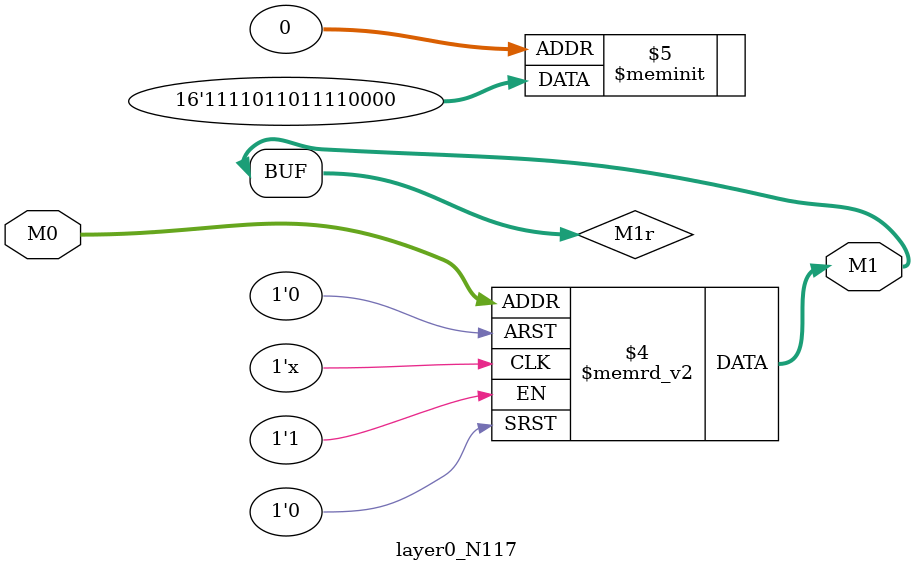
<source format=v>
module layer0_N117 ( input [2:0] M0, output [1:0] M1 );

	(*rom_style = "distributed" *) reg [1:0] M1r;
	assign M1 = M1r;
	always @ (M0) begin
		case (M0)
			3'b000: M1r = 2'b00;
			3'b100: M1r = 2'b10;
			3'b010: M1r = 2'b11;
			3'b110: M1r = 2'b11;
			3'b001: M1r = 2'b00;
			3'b101: M1r = 2'b01;
			3'b011: M1r = 2'b11;
			3'b111: M1r = 2'b11;

		endcase
	end
endmodule

</source>
